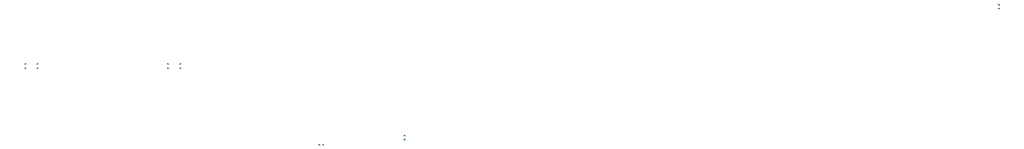
<source format=gbr>
%TF.GenerationSoftware,Altium Limited,Altium Designer,22.4.2 (48)*%
G04 Layer_Color=128*
%FSLAX26Y26*%
%MOIN*%
%TF.SameCoordinates,8C98EB32-1E12-42CD-A60B-9DA89663A72C*%
%TF.FilePolarity,Positive*%
%TF.FileFunction,Drillmap*%
%TF.Part,Single*%
G01*
G75*
%TA.AperFunction,NonConductor*%
%ADD228C,0.005000*%
D228*
X8793307Y3222060D02*
X8797244D01*
X8795276Y3220091D02*
Y3224028D01*
X8793307Y3240761D02*
X8797244D01*
X8795276Y3238792D02*
Y3242729D01*
X6005905Y2625394D02*
X6009842D01*
X6007874Y2623425D02*
Y2627362D01*
X6005905Y2607677D02*
X6009842D01*
X6007874Y2605709D02*
Y2609646D01*
X4284449Y2942913D02*
X4288386D01*
X4286417Y2940945D02*
Y2944882D01*
X4227245Y2962598D02*
X4231182D01*
X4229214Y2960630D02*
Y2964567D01*
X4284449Y2962598D02*
X4288386D01*
X4286417Y2960630D02*
Y2964567D01*
X4227169Y2942913D02*
X4231106D01*
X4229138Y2940945D02*
Y2944882D01*
X5605709Y2582677D02*
X5609646D01*
X5607677Y2580709D02*
Y2584646D01*
X5623425Y2582677D02*
X5627362D01*
X5625394Y2580709D02*
Y2584646D01*
X4953740Y2962598D02*
X4957677D01*
X4955709Y2960630D02*
Y2964567D01*
X4953740Y2942913D02*
X4957677D01*
X4955709Y2940945D02*
Y2944882D01*
X4896537Y2962598D02*
X4900474D01*
X4898505Y2960630D02*
Y2964567D01*
X4896461Y2942913D02*
X4900398D01*
X4898429Y2940945D02*
Y2944882D01*
%TF.MD5,9f411731b7512e1dda1694b8dbdd6ceb*%
M02*

</source>
